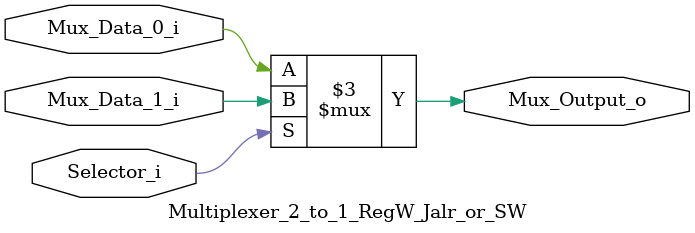
<source format=v>


module Multiplexer_2_to_1_RegW_Jalr_or_SW
(   
	input Selector_i,
	input  Mux_Data_0_i,
	input  Mux_Data_1_i,
	
	output reg Mux_Output_o

);

	always@(Selector_i ,Mux_Data_1_i ,Mux_Data_0_i) begin
		if(Selector_i)
			Mux_Output_o = Mux_Data_1_i;
		else
			Mux_Output_o = Mux_Data_0_i;
	end

endmodule
</source>
